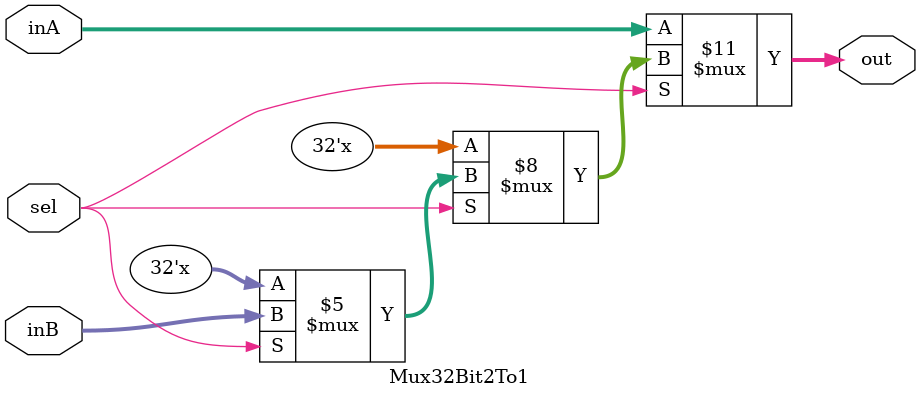
<source format=v>
`timescale 1ns / 1ps


module Mux32Bit2To1(out, inA, inB, sel);

    output reg [31:0] out;
    
    input [31:0] inA;
    input [31:0] inB;
    input sel;

    always @(inA or inB or sel) begin
        if(sel == 0) begin
            out = inA;
        end
        else if(sel == 1)   begin
            out = inB;
        end
    end            

endmodule
</source>
